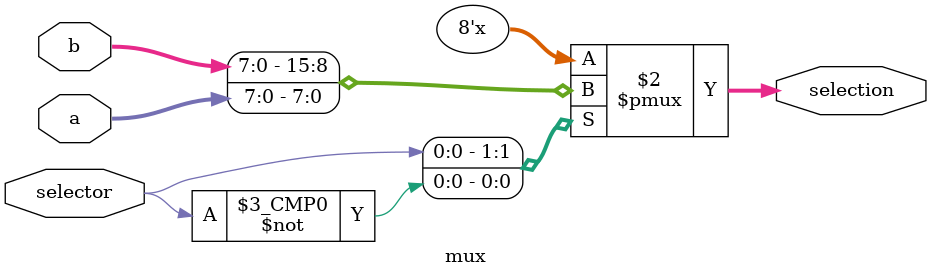
<source format=v>
`timescale 1ns / 1ps


module mux(
    input [7:0] a,
    input [7:0] b,
    input selector,
    output reg [7:0] selection
    );
    always @(a, b, selector)
        begin
            case(selector)
                1'b1: selection = b; //select b
                1'b0: selection = a; //select a
            endcase 
        end
endmodule

</source>
